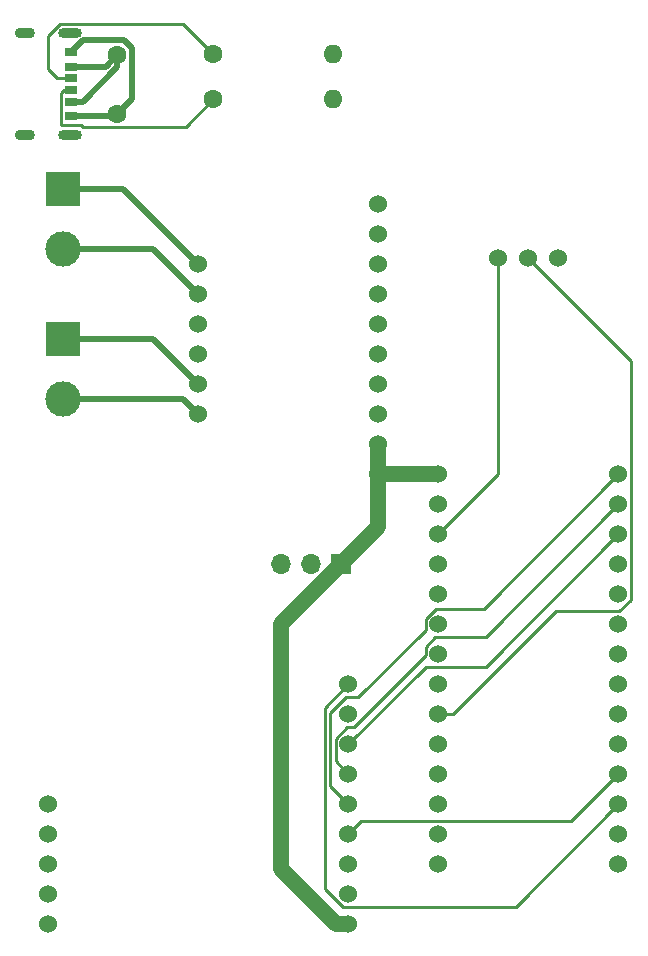
<source format=gtl>
%TF.GenerationSoftware,KiCad,Pcbnew,7.0.7*%
%TF.CreationDate,2023-10-02T11:40:01-05:00*%
%TF.ProjectId,iowa-rover,696f7761-2d72-46f7-9665-722e6b696361,rev?*%
%TF.SameCoordinates,Original*%
%TF.FileFunction,Copper,L1,Top*%
%TF.FilePolarity,Positive*%
%FSLAX46Y46*%
G04 Gerber Fmt 4.6, Leading zero omitted, Abs format (unit mm)*
G04 Created by KiCad (PCBNEW 7.0.7) date 2023-10-02 11:40:01*
%MOMM*%
%LPD*%
G01*
G04 APERTURE LIST*
%TA.AperFunction,ComponentPad*%
%ADD10C,1.524000*%
%TD*%
%TA.AperFunction,ComponentPad*%
%ADD11C,1.600000*%
%TD*%
%TA.AperFunction,ComponentPad*%
%ADD12O,1.600000X1.600000*%
%TD*%
%TA.AperFunction,ComponentPad*%
%ADD13R,3.000000X3.000000*%
%TD*%
%TA.AperFunction,ComponentPad*%
%ADD14C,3.000000*%
%TD*%
%TA.AperFunction,ComponentPad*%
%ADD15R,1.700000X1.700000*%
%TD*%
%TA.AperFunction,ComponentPad*%
%ADD16O,1.700000X1.700000*%
%TD*%
%TA.AperFunction,SMDPad,CuDef*%
%ADD17R,1.000000X0.700000*%
%TD*%
%TA.AperFunction,SMDPad,CuDef*%
%ADD18R,1.000000X0.800000*%
%TD*%
%TA.AperFunction,ComponentPad*%
%ADD19O,2.000000X0.900000*%
%TD*%
%TA.AperFunction,ComponentPad*%
%ADD20O,1.700000X0.900000*%
%TD*%
%TA.AperFunction,Conductor*%
%ADD21C,0.500000*%
%TD*%
%TA.AperFunction,Conductor*%
%ADD22C,1.380000*%
%TD*%
%TA.AperFunction,Conductor*%
%ADD23C,0.250000*%
%TD*%
G04 APERTURE END LIST*
D10*
%TO.P,U2,1,Vin*%
%TO.N,+5V*%
X68580000Y-144780000D03*
%TO.P,U2,2,GND*%
%TO.N,GND*%
X68580000Y-142240000D03*
%TO.P,U2,3,EN*%
%TO.N,unconnected-(U2-EN-Pad3)*%
X68580000Y-139700000D03*
%TO.P,U2,4,G0*%
%TO.N,/RADIO_INT*%
X68580000Y-137160000D03*
%TO.P,U2,5,SCK*%
%TO.N,/RADIO_CLOCK*%
X68580000Y-134620000D03*
%TO.P,U2,6,MISO*%
%TO.N,/RADIO_MISO*%
X68580000Y-132080000D03*
%TO.P,U2,7,MOSI*%
%TO.N,/RADIO_MOSI*%
X68580000Y-129540000D03*
%TO.P,U2,8,CS*%
%TO.N,/RADIO_CS*%
X68580000Y-127000000D03*
%TO.P,U2,9,RST*%
%TO.N,/RADIO_RESET*%
X68580000Y-124460000D03*
%TO.P,U2,10,G1*%
%TO.N,unconnected-(U2-G1-Pad10)*%
X43180000Y-144780000D03*
%TO.P,U2,11,G2*%
%TO.N,unconnected-(U2-G2-Pad11)*%
X43180000Y-142240000D03*
%TO.P,U2,12,G3*%
%TO.N,unconnected-(U2-G3-Pad12)*%
X43180000Y-139700000D03*
%TO.P,U2,13,G4*%
%TO.N,unconnected-(U2-G4-Pad13)*%
X43180000Y-137160000D03*
%TO.P,U2,14,G5*%
%TO.N,unconnected-(U2-G5-Pad14)*%
X43180000Y-134620000D03*
%TD*%
D11*
%TO.P,R2,1*%
%TO.N,Net-(J1-CC2)*%
X57150000Y-74930000D03*
D12*
%TO.P,R2,2*%
%TO.N,GND*%
X67310000Y-74930000D03*
%TD*%
D13*
%TO.P,J2,1,Pin_1*%
%TO.N,/MA1*%
X44450000Y-82550000D03*
D14*
%TO.P,J2,2,Pin_2*%
%TO.N,/MA2*%
X44450000Y-87630000D03*
%TD*%
D10*
%TO.P,RV1,1,1*%
%TO.N,Net-(U1-3V3)*%
X81280000Y-88400000D03*
%TO.P,RV1,2,2*%
%TO.N,Net-(U1-A0)*%
X83820000Y-88400000D03*
%TO.P,RV1,3,3*%
%TO.N,GND*%
X86360000Y-88400000D03*
%TD*%
%TO.P,U1,1,USB*%
%TO.N,+5V*%
X76200000Y-106680000D03*
%TO.P,U1,2,RST*%
%TO.N,unconnected-(U1-RST-Pad2)*%
X76200000Y-109220000D03*
%TO.P,U1,3,3V3*%
%TO.N,Net-(U1-3V3)*%
X76200000Y-111760000D03*
%TO.P,U1,4,5V*%
%TO.N,unconnected-(U1-5V-Pad4)*%
X76200000Y-114300000D03*
%TO.P,U1,5,GND*%
%TO.N,GND*%
X76200000Y-116840000D03*
%TO.P,U1,6,GND*%
X76200000Y-119380000D03*
%TO.P,U1,7,VIN*%
%TO.N,unconnected-(U1-VIN-Pad7)*%
X76200000Y-121920000D03*
%TO.P,U1,8,AREF*%
%TO.N,unconnected-(U1-AREF-Pad8)*%
X76200000Y-124460000D03*
%TO.P,U1,9,A0*%
%TO.N,Net-(U1-A0)*%
X76200000Y-127000000D03*
%TO.P,U1,10,A1*%
%TO.N,Net-(SW1-B)*%
X76200000Y-129540000D03*
%TO.P,U1,11,A2*%
%TO.N,unconnected-(U1-A2-Pad11)*%
X76200000Y-132080000D03*
%TO.P,U1,12,A3*%
%TO.N,unconnected-(U1-A3-Pad12)*%
X76200000Y-134620000D03*
%TO.P,U1,13,A4*%
%TO.N,unconnected-(U1-A4-Pad13)*%
X76200000Y-137160000D03*
%TO.P,U1,14,A5*%
%TO.N,unconnected-(U1-A5-Pad14)*%
X76200000Y-139700000D03*
%TO.P,U1,15,D0*%
%TO.N,unconnected-(U1-D0-Pad15)*%
X91440000Y-139700000D03*
%TO.P,U1,16,D1*%
%TO.N,unconnected-(U1-D1-Pad16)*%
X91440000Y-137160000D03*
%TO.P,U1,17,D2*%
%TO.N,/RADIO_RESET*%
X91440000Y-134620000D03*
%TO.P,U1,18,D3*%
%TO.N,/RADIO_INT*%
X91440000Y-132080000D03*
%TO.P,U1,19,D4*%
%TO.N,/RADIO_CS*%
X91440000Y-129540000D03*
%TO.P,U1,20,D5*%
%TO.N,/PWMA*%
X91440000Y-127000000D03*
%TO.P,U1,21,D6*%
%TO.N,/PWMB*%
X91440000Y-124460000D03*
%TO.P,U1,22,D7*%
%TO.N,/AIN1*%
X91440000Y-121920000D03*
%TO.P,U1,23,D8*%
%TO.N,/AIN2*%
X91440000Y-119380000D03*
%TO.P,U1,24,D9*%
%TO.N,/BIN1*%
X91440000Y-116840000D03*
%TO.P,U1,25,D10*%
%TO.N,/BIN2*%
X91440000Y-114300000D03*
%TO.P,U1,26,D11*%
%TO.N,/RADIO_MOSI*%
X91440000Y-111760000D03*
%TO.P,U1,27,D12*%
%TO.N,/RADIO_MISO*%
X91440000Y-109220000D03*
%TO.P,U1,28,D13*%
%TO.N,/RADIO_CLOCK*%
X91440000Y-106680000D03*
%TD*%
D15*
%TO.P,SW1,1,A*%
%TO.N,+5V*%
X67945000Y-114300000D03*
D16*
%TO.P,SW1,2,B*%
%TO.N,Net-(SW1-B)*%
X65405000Y-114300000D03*
%TO.P,SW1,3,C*%
%TO.N,GND*%
X62865000Y-114300000D03*
%TD*%
D10*
%TO.P,U3,1,Vmotor*%
%TO.N,+5V*%
X71120000Y-106680000D03*
%TO.P,U3,2,VCC*%
X71120000Y-104140000D03*
%TO.P,U3,3,GND*%
%TO.N,GND*%
X71120000Y-101600000D03*
%TO.P,U3,4,PWMB*%
%TO.N,/PWMB*%
X71120000Y-99060000D03*
%TO.P,U3,5,BIN2*%
%TO.N,/BIN2*%
X71120000Y-96520000D03*
%TO.P,U3,6,BIN1*%
%TO.N,/BIN1*%
X71120000Y-93980000D03*
%TO.P,U3,7,STBY*%
%TO.N,unconnected-(U3-STBY-Pad7)*%
X71120000Y-91440000D03*
%TO.P,U3,8,AIN1*%
%TO.N,/AIN1*%
X71120000Y-88900000D03*
%TO.P,U3,9,AIN2*%
%TO.N,/AIN2*%
X71120000Y-86360000D03*
%TO.P,U3,10,PWMA*%
%TO.N,/PWMA*%
X71120000Y-83820000D03*
%TO.P,U3,11,MOT_A1*%
%TO.N,/MA1*%
X55880000Y-88900000D03*
%TO.P,U3,12,MOT_A2*%
%TO.N,/MA2*%
X55880000Y-91440000D03*
%TO.P,U3,13,GND*%
%TO.N,GND*%
X55880000Y-93980000D03*
%TO.P,U3,14,GND*%
X55880000Y-96520000D03*
%TO.P,U3,15,MOT_B1*%
%TO.N,/MB1*%
X55880000Y-99060000D03*
%TO.P,U3,16,MOT_B2*%
%TO.N,/MB2*%
X55880000Y-101600000D03*
%TD*%
D17*
%TO.P,J1,A5,CC1*%
%TO.N,Net-(J1-CC1)*%
X45090000Y-73160000D03*
D18*
%TO.P,J1,A9,VBUS*%
%TO.N,+5V*%
X45090000Y-75160000D03*
%TO.P,J1,A12,GND*%
%TO.N,GND*%
X45090000Y-76360000D03*
D17*
%TO.P,J1,B5,CC2*%
%TO.N,Net-(J1-CC2)*%
X45090000Y-74160000D03*
D18*
%TO.P,J1,B9,VBUS*%
%TO.N,+5V*%
X45090000Y-72160000D03*
%TO.P,J1,B12,GND*%
%TO.N,GND*%
X45090000Y-70960000D03*
D19*
%TO.P,J1,S1,SHIELD*%
X45040000Y-69340000D03*
D20*
X41240000Y-69340000D03*
D19*
X45040000Y-77980000D03*
D20*
X41240000Y-77980000D03*
%TD*%
D11*
%TO.P,R1,1*%
%TO.N,Net-(J1-CC1)*%
X57150000Y-71120000D03*
D12*
%TO.P,R1,2*%
%TO.N,GND*%
X67310000Y-71120000D03*
%TD*%
D11*
%TO.P,C1,1*%
%TO.N,+5V*%
X49022000Y-71160000D03*
%TO.P,C1,2*%
%TO.N,GND*%
X49022000Y-76160000D03*
%TD*%
D13*
%TO.P,J3,1,Pin_1*%
%TO.N,/MB1*%
X44450000Y-95250000D03*
D14*
%TO.P,J3,2,Pin_2*%
%TO.N,/MB2*%
X44450000Y-100330000D03*
%TD*%
D21*
%TO.N,+5V*%
X48022000Y-72160000D02*
X49022000Y-71160000D01*
D22*
X62865000Y-119380000D02*
X62865000Y-140142630D01*
D21*
X45090000Y-75160000D02*
X46090000Y-75160000D01*
X45090000Y-72160000D02*
X48022000Y-72160000D01*
X46090000Y-75160000D02*
X49022000Y-72228000D01*
D22*
X71120000Y-106680000D02*
X71120000Y-111125000D01*
D21*
X49022000Y-72228000D02*
X49022000Y-71160000D01*
D22*
X71120000Y-111125000D02*
X62865000Y-119380000D01*
D21*
X48935000Y-71160000D02*
X48895000Y-71120000D01*
D22*
X76200000Y-106680000D02*
X71120000Y-106680000D01*
X71120000Y-104140000D02*
X71120000Y-106680000D01*
X62865000Y-140142630D02*
X67502370Y-144780000D01*
X67502370Y-144780000D02*
X68580000Y-144780000D01*
D21*
%TO.N,GND*%
X50272000Y-70592000D02*
X50272000Y-74910000D01*
X45090000Y-70960000D02*
X46140000Y-69910000D01*
X49590000Y-69910000D02*
X50272000Y-70592000D01*
X50272000Y-74910000D02*
X49022000Y-76160000D01*
X48822000Y-76360000D02*
X49022000Y-76160000D01*
X46140000Y-69910000D02*
X49590000Y-69910000D01*
X45090000Y-76360000D02*
X48822000Y-76360000D01*
D23*
%TO.N,Net-(J1-CC1)*%
X57150000Y-71120000D02*
X54595000Y-68565000D01*
X54595000Y-68565000D02*
X44168984Y-68565000D01*
X43180000Y-69553984D02*
X43180000Y-72390000D01*
X44168984Y-68565000D02*
X43180000Y-69553984D01*
X43950000Y-73160000D02*
X45090000Y-73160000D01*
X43180000Y-72390000D02*
X43950000Y-73160000D01*
%TO.N,Net-(J1-CC2)*%
X45915000Y-77085000D02*
X44265000Y-77085000D01*
X44265000Y-77085000D02*
X44265000Y-74435000D01*
X46115000Y-77285000D02*
X45915000Y-77085000D01*
X54795000Y-77285000D02*
X46115000Y-77285000D01*
X57150000Y-74930000D02*
X54795000Y-77285000D01*
X44540000Y-74160000D02*
X45090000Y-74160000D01*
X44265000Y-74435000D02*
X44540000Y-74160000D01*
%TO.N,Net-(U1-3V3)*%
X81280000Y-106680000D02*
X76200000Y-111760000D01*
X81280000Y-88400000D02*
X81280000Y-106680000D01*
%TO.N,Net-(U1-A0)*%
X92527000Y-117290251D02*
X91524251Y-118293000D01*
X83820000Y-88400000D02*
X92527000Y-97107000D01*
X91524251Y-118293000D02*
X86177000Y-118293000D01*
X77470000Y-127000000D02*
X76200000Y-127000000D01*
X92527000Y-97107000D02*
X92527000Y-117290251D01*
X86177000Y-118293000D02*
X77470000Y-127000000D01*
%TO.N,/RADIO_RESET*%
X68129749Y-143327000D02*
X82733000Y-143327000D01*
X66593000Y-126447000D02*
X66593000Y-141790251D01*
X66593000Y-141790251D02*
X68129749Y-143327000D01*
X82733000Y-143327000D02*
X91440000Y-134620000D01*
X68580000Y-124460000D02*
X66593000Y-126447000D01*
%TO.N,/RADIO_INT*%
X69667000Y-136073000D02*
X87447000Y-136073000D01*
X87447000Y-136073000D02*
X91440000Y-132080000D01*
X68580000Y-137160000D02*
X69667000Y-136073000D01*
%TO.N,/RADIO_MOSI*%
X75113000Y-123007000D02*
X80193000Y-123007000D01*
X80193000Y-123007000D02*
X91440000Y-111760000D01*
X68580000Y-129540000D02*
X75113000Y-123007000D01*
%TO.N,/RADIO_MISO*%
X80193000Y-120467000D02*
X91440000Y-109220000D01*
X75113000Y-121279800D02*
X75925800Y-120467000D01*
X68580000Y-132080000D02*
X67493000Y-130993000D01*
X75113000Y-122016400D02*
X75113000Y-121279800D01*
X75925800Y-120467000D02*
X80193000Y-120467000D01*
X68495749Y-128087000D02*
X69042400Y-128087000D01*
X67493000Y-130993000D02*
X67493000Y-129089749D01*
X69042400Y-128087000D02*
X75113000Y-122016400D01*
X67493000Y-129089749D02*
X68495749Y-128087000D01*
%TO.N,/RADIO_CLOCK*%
X75958149Y-118084600D02*
X80035400Y-118084600D01*
X67043000Y-126906200D02*
X68402200Y-125547000D01*
X68580000Y-134620000D02*
X67043000Y-133083000D01*
X75113000Y-118929749D02*
X75958149Y-118084600D01*
X68402200Y-125547000D02*
X69396251Y-125547000D01*
X75113000Y-119830251D02*
X75113000Y-118929749D01*
X67043000Y-133083000D02*
X67043000Y-126906200D01*
X69396251Y-125547000D02*
X75113000Y-119830251D01*
X80035400Y-118084600D02*
X91440000Y-106680000D01*
D21*
%TO.N,/MA1*%
X44450000Y-82550000D02*
X49530000Y-82550000D01*
X49530000Y-82550000D02*
X55880000Y-88900000D01*
%TO.N,/MA2*%
X44450000Y-87630000D02*
X52070000Y-87630000D01*
X52070000Y-87630000D02*
X55880000Y-91440000D01*
%TO.N,/MB2*%
X54610000Y-100330000D02*
X55880000Y-101600000D01*
X44450000Y-100330000D02*
X54610000Y-100330000D01*
%TO.N,/MB1*%
X52070000Y-95250000D02*
X55880000Y-99060000D01*
X44450000Y-95250000D02*
X52070000Y-95250000D01*
%TD*%
M02*

</source>
